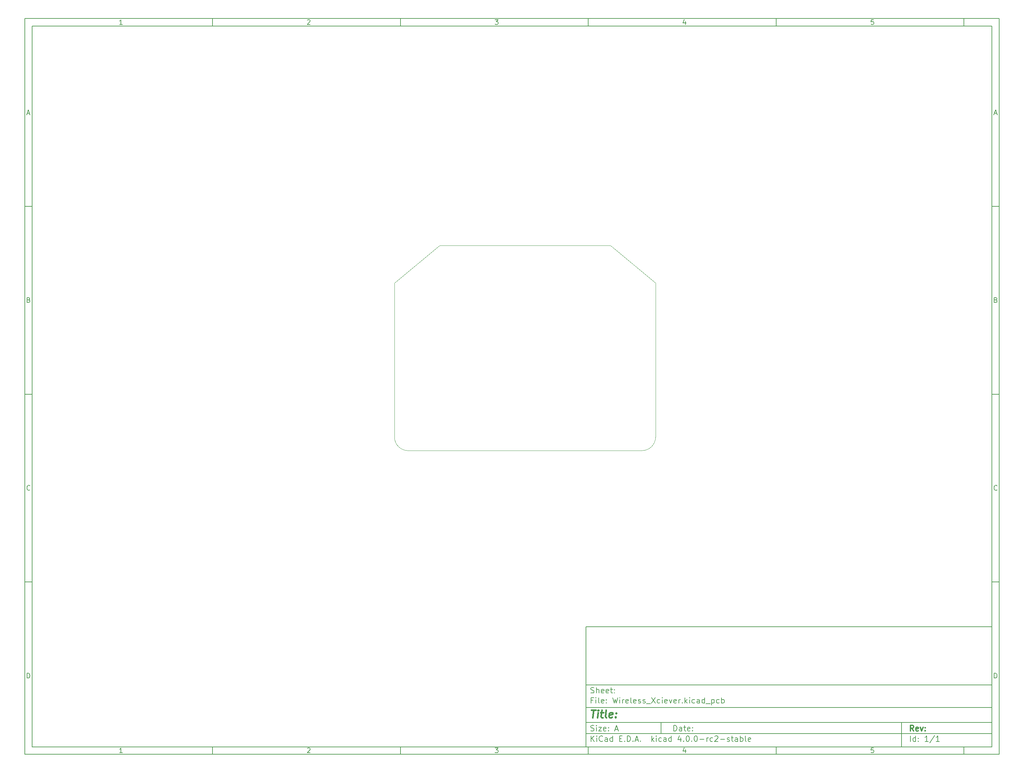
<source format=gbr>
G04 #@! TF.FileFunction,Profile,NP*
%FSLAX46Y46*%
G04 Gerber Fmt 4.6, Leading zero omitted, Abs format (unit mm)*
G04 Created by KiCad (PCBNEW 4.0.0-rc2-stable) date 1/25/2016 6:21:02 PM*
%MOMM*%
G01*
G04 APERTURE LIST*
%ADD10C,0.100000*%
%ADD11C,0.150000*%
%ADD12C,0.300000*%
%ADD13C,0.400000*%
%ADD14C,0.001000*%
G04 APERTURE END LIST*
D10*
D11*
X159400000Y-171900000D02*
X159400000Y-203900000D01*
X267400000Y-203900000D01*
X267400000Y-171900000D01*
X159400000Y-171900000D01*
D10*
D11*
X10000000Y-10000000D02*
X10000000Y-205900000D01*
X269400000Y-205900000D01*
X269400000Y-10000000D01*
X10000000Y-10000000D01*
D10*
D11*
X12000000Y-12000000D02*
X12000000Y-203900000D01*
X267400000Y-203900000D01*
X267400000Y-12000000D01*
X12000000Y-12000000D01*
D10*
D11*
X60000000Y-12000000D02*
X60000000Y-10000000D01*
D10*
D11*
X110000000Y-12000000D02*
X110000000Y-10000000D01*
D10*
D11*
X160000000Y-12000000D02*
X160000000Y-10000000D01*
D10*
D11*
X210000000Y-12000000D02*
X210000000Y-10000000D01*
D10*
D11*
X260000000Y-12000000D02*
X260000000Y-10000000D01*
D10*
D11*
X35990476Y-11588095D02*
X35247619Y-11588095D01*
X35619048Y-11588095D02*
X35619048Y-10288095D01*
X35495238Y-10473810D01*
X35371429Y-10597619D01*
X35247619Y-10659524D01*
D10*
D11*
X85247619Y-10411905D02*
X85309524Y-10350000D01*
X85433333Y-10288095D01*
X85742857Y-10288095D01*
X85866667Y-10350000D01*
X85928571Y-10411905D01*
X85990476Y-10535714D01*
X85990476Y-10659524D01*
X85928571Y-10845238D01*
X85185714Y-11588095D01*
X85990476Y-11588095D01*
D10*
D11*
X135185714Y-10288095D02*
X135990476Y-10288095D01*
X135557143Y-10783333D01*
X135742857Y-10783333D01*
X135866667Y-10845238D01*
X135928571Y-10907143D01*
X135990476Y-11030952D01*
X135990476Y-11340476D01*
X135928571Y-11464286D01*
X135866667Y-11526190D01*
X135742857Y-11588095D01*
X135371429Y-11588095D01*
X135247619Y-11526190D01*
X135185714Y-11464286D01*
D10*
D11*
X185866667Y-10721429D02*
X185866667Y-11588095D01*
X185557143Y-10226190D02*
X185247619Y-11154762D01*
X186052381Y-11154762D01*
D10*
D11*
X235928571Y-10288095D02*
X235309524Y-10288095D01*
X235247619Y-10907143D01*
X235309524Y-10845238D01*
X235433333Y-10783333D01*
X235742857Y-10783333D01*
X235866667Y-10845238D01*
X235928571Y-10907143D01*
X235990476Y-11030952D01*
X235990476Y-11340476D01*
X235928571Y-11464286D01*
X235866667Y-11526190D01*
X235742857Y-11588095D01*
X235433333Y-11588095D01*
X235309524Y-11526190D01*
X235247619Y-11464286D01*
D10*
D11*
X60000000Y-203900000D02*
X60000000Y-205900000D01*
D10*
D11*
X110000000Y-203900000D02*
X110000000Y-205900000D01*
D10*
D11*
X160000000Y-203900000D02*
X160000000Y-205900000D01*
D10*
D11*
X210000000Y-203900000D02*
X210000000Y-205900000D01*
D10*
D11*
X260000000Y-203900000D02*
X260000000Y-205900000D01*
D10*
D11*
X35990476Y-205488095D02*
X35247619Y-205488095D01*
X35619048Y-205488095D02*
X35619048Y-204188095D01*
X35495238Y-204373810D01*
X35371429Y-204497619D01*
X35247619Y-204559524D01*
D10*
D11*
X85247619Y-204311905D02*
X85309524Y-204250000D01*
X85433333Y-204188095D01*
X85742857Y-204188095D01*
X85866667Y-204250000D01*
X85928571Y-204311905D01*
X85990476Y-204435714D01*
X85990476Y-204559524D01*
X85928571Y-204745238D01*
X85185714Y-205488095D01*
X85990476Y-205488095D01*
D10*
D11*
X135185714Y-204188095D02*
X135990476Y-204188095D01*
X135557143Y-204683333D01*
X135742857Y-204683333D01*
X135866667Y-204745238D01*
X135928571Y-204807143D01*
X135990476Y-204930952D01*
X135990476Y-205240476D01*
X135928571Y-205364286D01*
X135866667Y-205426190D01*
X135742857Y-205488095D01*
X135371429Y-205488095D01*
X135247619Y-205426190D01*
X135185714Y-205364286D01*
D10*
D11*
X185866667Y-204621429D02*
X185866667Y-205488095D01*
X185557143Y-204126190D02*
X185247619Y-205054762D01*
X186052381Y-205054762D01*
D10*
D11*
X235928571Y-204188095D02*
X235309524Y-204188095D01*
X235247619Y-204807143D01*
X235309524Y-204745238D01*
X235433333Y-204683333D01*
X235742857Y-204683333D01*
X235866667Y-204745238D01*
X235928571Y-204807143D01*
X235990476Y-204930952D01*
X235990476Y-205240476D01*
X235928571Y-205364286D01*
X235866667Y-205426190D01*
X235742857Y-205488095D01*
X235433333Y-205488095D01*
X235309524Y-205426190D01*
X235247619Y-205364286D01*
D10*
D11*
X10000000Y-60000000D02*
X12000000Y-60000000D01*
D10*
D11*
X10000000Y-110000000D02*
X12000000Y-110000000D01*
D10*
D11*
X10000000Y-160000000D02*
X12000000Y-160000000D01*
D10*
D11*
X10690476Y-35216667D02*
X11309524Y-35216667D01*
X10566667Y-35588095D02*
X11000000Y-34288095D01*
X11433333Y-35588095D01*
D10*
D11*
X11092857Y-84907143D02*
X11278571Y-84969048D01*
X11340476Y-85030952D01*
X11402381Y-85154762D01*
X11402381Y-85340476D01*
X11340476Y-85464286D01*
X11278571Y-85526190D01*
X11154762Y-85588095D01*
X10659524Y-85588095D01*
X10659524Y-84288095D01*
X11092857Y-84288095D01*
X11216667Y-84350000D01*
X11278571Y-84411905D01*
X11340476Y-84535714D01*
X11340476Y-84659524D01*
X11278571Y-84783333D01*
X11216667Y-84845238D01*
X11092857Y-84907143D01*
X10659524Y-84907143D01*
D10*
D11*
X11402381Y-135464286D02*
X11340476Y-135526190D01*
X11154762Y-135588095D01*
X11030952Y-135588095D01*
X10845238Y-135526190D01*
X10721429Y-135402381D01*
X10659524Y-135278571D01*
X10597619Y-135030952D01*
X10597619Y-134845238D01*
X10659524Y-134597619D01*
X10721429Y-134473810D01*
X10845238Y-134350000D01*
X11030952Y-134288095D01*
X11154762Y-134288095D01*
X11340476Y-134350000D01*
X11402381Y-134411905D01*
D10*
D11*
X10659524Y-185588095D02*
X10659524Y-184288095D01*
X10969048Y-184288095D01*
X11154762Y-184350000D01*
X11278571Y-184473810D01*
X11340476Y-184597619D01*
X11402381Y-184845238D01*
X11402381Y-185030952D01*
X11340476Y-185278571D01*
X11278571Y-185402381D01*
X11154762Y-185526190D01*
X10969048Y-185588095D01*
X10659524Y-185588095D01*
D10*
D11*
X269400000Y-60000000D02*
X267400000Y-60000000D01*
D10*
D11*
X269400000Y-110000000D02*
X267400000Y-110000000D01*
D10*
D11*
X269400000Y-160000000D02*
X267400000Y-160000000D01*
D10*
D11*
X268090476Y-35216667D02*
X268709524Y-35216667D01*
X267966667Y-35588095D02*
X268400000Y-34288095D01*
X268833333Y-35588095D01*
D10*
D11*
X268492857Y-84907143D02*
X268678571Y-84969048D01*
X268740476Y-85030952D01*
X268802381Y-85154762D01*
X268802381Y-85340476D01*
X268740476Y-85464286D01*
X268678571Y-85526190D01*
X268554762Y-85588095D01*
X268059524Y-85588095D01*
X268059524Y-84288095D01*
X268492857Y-84288095D01*
X268616667Y-84350000D01*
X268678571Y-84411905D01*
X268740476Y-84535714D01*
X268740476Y-84659524D01*
X268678571Y-84783333D01*
X268616667Y-84845238D01*
X268492857Y-84907143D01*
X268059524Y-84907143D01*
D10*
D11*
X268802381Y-135464286D02*
X268740476Y-135526190D01*
X268554762Y-135588095D01*
X268430952Y-135588095D01*
X268245238Y-135526190D01*
X268121429Y-135402381D01*
X268059524Y-135278571D01*
X267997619Y-135030952D01*
X267997619Y-134845238D01*
X268059524Y-134597619D01*
X268121429Y-134473810D01*
X268245238Y-134350000D01*
X268430952Y-134288095D01*
X268554762Y-134288095D01*
X268740476Y-134350000D01*
X268802381Y-134411905D01*
D10*
D11*
X268059524Y-185588095D02*
X268059524Y-184288095D01*
X268369048Y-184288095D01*
X268554762Y-184350000D01*
X268678571Y-184473810D01*
X268740476Y-184597619D01*
X268802381Y-184845238D01*
X268802381Y-185030952D01*
X268740476Y-185278571D01*
X268678571Y-185402381D01*
X268554762Y-185526190D01*
X268369048Y-185588095D01*
X268059524Y-185588095D01*
D10*
D11*
X182757143Y-199678571D02*
X182757143Y-198178571D01*
X183114286Y-198178571D01*
X183328571Y-198250000D01*
X183471429Y-198392857D01*
X183542857Y-198535714D01*
X183614286Y-198821429D01*
X183614286Y-199035714D01*
X183542857Y-199321429D01*
X183471429Y-199464286D01*
X183328571Y-199607143D01*
X183114286Y-199678571D01*
X182757143Y-199678571D01*
X184900000Y-199678571D02*
X184900000Y-198892857D01*
X184828571Y-198750000D01*
X184685714Y-198678571D01*
X184400000Y-198678571D01*
X184257143Y-198750000D01*
X184900000Y-199607143D02*
X184757143Y-199678571D01*
X184400000Y-199678571D01*
X184257143Y-199607143D01*
X184185714Y-199464286D01*
X184185714Y-199321429D01*
X184257143Y-199178571D01*
X184400000Y-199107143D01*
X184757143Y-199107143D01*
X184900000Y-199035714D01*
X185400000Y-198678571D02*
X185971429Y-198678571D01*
X185614286Y-198178571D02*
X185614286Y-199464286D01*
X185685714Y-199607143D01*
X185828572Y-199678571D01*
X185971429Y-199678571D01*
X187042857Y-199607143D02*
X186900000Y-199678571D01*
X186614286Y-199678571D01*
X186471429Y-199607143D01*
X186400000Y-199464286D01*
X186400000Y-198892857D01*
X186471429Y-198750000D01*
X186614286Y-198678571D01*
X186900000Y-198678571D01*
X187042857Y-198750000D01*
X187114286Y-198892857D01*
X187114286Y-199035714D01*
X186400000Y-199178571D01*
X187757143Y-199535714D02*
X187828571Y-199607143D01*
X187757143Y-199678571D01*
X187685714Y-199607143D01*
X187757143Y-199535714D01*
X187757143Y-199678571D01*
X187757143Y-198750000D02*
X187828571Y-198821429D01*
X187757143Y-198892857D01*
X187685714Y-198821429D01*
X187757143Y-198750000D01*
X187757143Y-198892857D01*
D10*
D11*
X159400000Y-200400000D02*
X267400000Y-200400000D01*
D10*
D11*
X160757143Y-202478571D02*
X160757143Y-200978571D01*
X161614286Y-202478571D02*
X160971429Y-201621429D01*
X161614286Y-200978571D02*
X160757143Y-201835714D01*
X162257143Y-202478571D02*
X162257143Y-201478571D01*
X162257143Y-200978571D02*
X162185714Y-201050000D01*
X162257143Y-201121429D01*
X162328571Y-201050000D01*
X162257143Y-200978571D01*
X162257143Y-201121429D01*
X163828572Y-202335714D02*
X163757143Y-202407143D01*
X163542857Y-202478571D01*
X163400000Y-202478571D01*
X163185715Y-202407143D01*
X163042857Y-202264286D01*
X162971429Y-202121429D01*
X162900000Y-201835714D01*
X162900000Y-201621429D01*
X162971429Y-201335714D01*
X163042857Y-201192857D01*
X163185715Y-201050000D01*
X163400000Y-200978571D01*
X163542857Y-200978571D01*
X163757143Y-201050000D01*
X163828572Y-201121429D01*
X165114286Y-202478571D02*
X165114286Y-201692857D01*
X165042857Y-201550000D01*
X164900000Y-201478571D01*
X164614286Y-201478571D01*
X164471429Y-201550000D01*
X165114286Y-202407143D02*
X164971429Y-202478571D01*
X164614286Y-202478571D01*
X164471429Y-202407143D01*
X164400000Y-202264286D01*
X164400000Y-202121429D01*
X164471429Y-201978571D01*
X164614286Y-201907143D01*
X164971429Y-201907143D01*
X165114286Y-201835714D01*
X166471429Y-202478571D02*
X166471429Y-200978571D01*
X166471429Y-202407143D02*
X166328572Y-202478571D01*
X166042858Y-202478571D01*
X165900000Y-202407143D01*
X165828572Y-202335714D01*
X165757143Y-202192857D01*
X165757143Y-201764286D01*
X165828572Y-201621429D01*
X165900000Y-201550000D01*
X166042858Y-201478571D01*
X166328572Y-201478571D01*
X166471429Y-201550000D01*
X168328572Y-201692857D02*
X168828572Y-201692857D01*
X169042858Y-202478571D02*
X168328572Y-202478571D01*
X168328572Y-200978571D01*
X169042858Y-200978571D01*
X169685715Y-202335714D02*
X169757143Y-202407143D01*
X169685715Y-202478571D01*
X169614286Y-202407143D01*
X169685715Y-202335714D01*
X169685715Y-202478571D01*
X170400001Y-202478571D02*
X170400001Y-200978571D01*
X170757144Y-200978571D01*
X170971429Y-201050000D01*
X171114287Y-201192857D01*
X171185715Y-201335714D01*
X171257144Y-201621429D01*
X171257144Y-201835714D01*
X171185715Y-202121429D01*
X171114287Y-202264286D01*
X170971429Y-202407143D01*
X170757144Y-202478571D01*
X170400001Y-202478571D01*
X171900001Y-202335714D02*
X171971429Y-202407143D01*
X171900001Y-202478571D01*
X171828572Y-202407143D01*
X171900001Y-202335714D01*
X171900001Y-202478571D01*
X172542858Y-202050000D02*
X173257144Y-202050000D01*
X172400001Y-202478571D02*
X172900001Y-200978571D01*
X173400001Y-202478571D01*
X173900001Y-202335714D02*
X173971429Y-202407143D01*
X173900001Y-202478571D01*
X173828572Y-202407143D01*
X173900001Y-202335714D01*
X173900001Y-202478571D01*
X176900001Y-202478571D02*
X176900001Y-200978571D01*
X177042858Y-201907143D02*
X177471429Y-202478571D01*
X177471429Y-201478571D02*
X176900001Y-202050000D01*
X178114287Y-202478571D02*
X178114287Y-201478571D01*
X178114287Y-200978571D02*
X178042858Y-201050000D01*
X178114287Y-201121429D01*
X178185715Y-201050000D01*
X178114287Y-200978571D01*
X178114287Y-201121429D01*
X179471430Y-202407143D02*
X179328573Y-202478571D01*
X179042859Y-202478571D01*
X178900001Y-202407143D01*
X178828573Y-202335714D01*
X178757144Y-202192857D01*
X178757144Y-201764286D01*
X178828573Y-201621429D01*
X178900001Y-201550000D01*
X179042859Y-201478571D01*
X179328573Y-201478571D01*
X179471430Y-201550000D01*
X180757144Y-202478571D02*
X180757144Y-201692857D01*
X180685715Y-201550000D01*
X180542858Y-201478571D01*
X180257144Y-201478571D01*
X180114287Y-201550000D01*
X180757144Y-202407143D02*
X180614287Y-202478571D01*
X180257144Y-202478571D01*
X180114287Y-202407143D01*
X180042858Y-202264286D01*
X180042858Y-202121429D01*
X180114287Y-201978571D01*
X180257144Y-201907143D01*
X180614287Y-201907143D01*
X180757144Y-201835714D01*
X182114287Y-202478571D02*
X182114287Y-200978571D01*
X182114287Y-202407143D02*
X181971430Y-202478571D01*
X181685716Y-202478571D01*
X181542858Y-202407143D01*
X181471430Y-202335714D01*
X181400001Y-202192857D01*
X181400001Y-201764286D01*
X181471430Y-201621429D01*
X181542858Y-201550000D01*
X181685716Y-201478571D01*
X181971430Y-201478571D01*
X182114287Y-201550000D01*
X184614287Y-201478571D02*
X184614287Y-202478571D01*
X184257144Y-200907143D02*
X183900001Y-201978571D01*
X184828573Y-201978571D01*
X185400001Y-202335714D02*
X185471429Y-202407143D01*
X185400001Y-202478571D01*
X185328572Y-202407143D01*
X185400001Y-202335714D01*
X185400001Y-202478571D01*
X186400001Y-200978571D02*
X186542858Y-200978571D01*
X186685715Y-201050000D01*
X186757144Y-201121429D01*
X186828573Y-201264286D01*
X186900001Y-201550000D01*
X186900001Y-201907143D01*
X186828573Y-202192857D01*
X186757144Y-202335714D01*
X186685715Y-202407143D01*
X186542858Y-202478571D01*
X186400001Y-202478571D01*
X186257144Y-202407143D01*
X186185715Y-202335714D01*
X186114287Y-202192857D01*
X186042858Y-201907143D01*
X186042858Y-201550000D01*
X186114287Y-201264286D01*
X186185715Y-201121429D01*
X186257144Y-201050000D01*
X186400001Y-200978571D01*
X187542858Y-202335714D02*
X187614286Y-202407143D01*
X187542858Y-202478571D01*
X187471429Y-202407143D01*
X187542858Y-202335714D01*
X187542858Y-202478571D01*
X188542858Y-200978571D02*
X188685715Y-200978571D01*
X188828572Y-201050000D01*
X188900001Y-201121429D01*
X188971430Y-201264286D01*
X189042858Y-201550000D01*
X189042858Y-201907143D01*
X188971430Y-202192857D01*
X188900001Y-202335714D01*
X188828572Y-202407143D01*
X188685715Y-202478571D01*
X188542858Y-202478571D01*
X188400001Y-202407143D01*
X188328572Y-202335714D01*
X188257144Y-202192857D01*
X188185715Y-201907143D01*
X188185715Y-201550000D01*
X188257144Y-201264286D01*
X188328572Y-201121429D01*
X188400001Y-201050000D01*
X188542858Y-200978571D01*
X189685715Y-201907143D02*
X190828572Y-201907143D01*
X191542858Y-202478571D02*
X191542858Y-201478571D01*
X191542858Y-201764286D02*
X191614286Y-201621429D01*
X191685715Y-201550000D01*
X191828572Y-201478571D01*
X191971429Y-201478571D01*
X193114286Y-202407143D02*
X192971429Y-202478571D01*
X192685715Y-202478571D01*
X192542857Y-202407143D01*
X192471429Y-202335714D01*
X192400000Y-202192857D01*
X192400000Y-201764286D01*
X192471429Y-201621429D01*
X192542857Y-201550000D01*
X192685715Y-201478571D01*
X192971429Y-201478571D01*
X193114286Y-201550000D01*
X193685714Y-201121429D02*
X193757143Y-201050000D01*
X193900000Y-200978571D01*
X194257143Y-200978571D01*
X194400000Y-201050000D01*
X194471429Y-201121429D01*
X194542857Y-201264286D01*
X194542857Y-201407143D01*
X194471429Y-201621429D01*
X193614286Y-202478571D01*
X194542857Y-202478571D01*
X195185714Y-201907143D02*
X196328571Y-201907143D01*
X196971428Y-202407143D02*
X197114285Y-202478571D01*
X197400000Y-202478571D01*
X197542857Y-202407143D01*
X197614285Y-202264286D01*
X197614285Y-202192857D01*
X197542857Y-202050000D01*
X197400000Y-201978571D01*
X197185714Y-201978571D01*
X197042857Y-201907143D01*
X196971428Y-201764286D01*
X196971428Y-201692857D01*
X197042857Y-201550000D01*
X197185714Y-201478571D01*
X197400000Y-201478571D01*
X197542857Y-201550000D01*
X198042857Y-201478571D02*
X198614286Y-201478571D01*
X198257143Y-200978571D02*
X198257143Y-202264286D01*
X198328571Y-202407143D01*
X198471429Y-202478571D01*
X198614286Y-202478571D01*
X199757143Y-202478571D02*
X199757143Y-201692857D01*
X199685714Y-201550000D01*
X199542857Y-201478571D01*
X199257143Y-201478571D01*
X199114286Y-201550000D01*
X199757143Y-202407143D02*
X199614286Y-202478571D01*
X199257143Y-202478571D01*
X199114286Y-202407143D01*
X199042857Y-202264286D01*
X199042857Y-202121429D01*
X199114286Y-201978571D01*
X199257143Y-201907143D01*
X199614286Y-201907143D01*
X199757143Y-201835714D01*
X200471429Y-202478571D02*
X200471429Y-200978571D01*
X200471429Y-201550000D02*
X200614286Y-201478571D01*
X200900000Y-201478571D01*
X201042857Y-201550000D01*
X201114286Y-201621429D01*
X201185715Y-201764286D01*
X201185715Y-202192857D01*
X201114286Y-202335714D01*
X201042857Y-202407143D01*
X200900000Y-202478571D01*
X200614286Y-202478571D01*
X200471429Y-202407143D01*
X202042858Y-202478571D02*
X201900000Y-202407143D01*
X201828572Y-202264286D01*
X201828572Y-200978571D01*
X203185714Y-202407143D02*
X203042857Y-202478571D01*
X202757143Y-202478571D01*
X202614286Y-202407143D01*
X202542857Y-202264286D01*
X202542857Y-201692857D01*
X202614286Y-201550000D01*
X202757143Y-201478571D01*
X203042857Y-201478571D01*
X203185714Y-201550000D01*
X203257143Y-201692857D01*
X203257143Y-201835714D01*
X202542857Y-201978571D01*
D10*
D11*
X159400000Y-197400000D02*
X267400000Y-197400000D01*
D10*
D12*
X246614286Y-199678571D02*
X246114286Y-198964286D01*
X245757143Y-199678571D02*
X245757143Y-198178571D01*
X246328571Y-198178571D01*
X246471429Y-198250000D01*
X246542857Y-198321429D01*
X246614286Y-198464286D01*
X246614286Y-198678571D01*
X246542857Y-198821429D01*
X246471429Y-198892857D01*
X246328571Y-198964286D01*
X245757143Y-198964286D01*
X247828571Y-199607143D02*
X247685714Y-199678571D01*
X247400000Y-199678571D01*
X247257143Y-199607143D01*
X247185714Y-199464286D01*
X247185714Y-198892857D01*
X247257143Y-198750000D01*
X247400000Y-198678571D01*
X247685714Y-198678571D01*
X247828571Y-198750000D01*
X247900000Y-198892857D01*
X247900000Y-199035714D01*
X247185714Y-199178571D01*
X248400000Y-198678571D02*
X248757143Y-199678571D01*
X249114285Y-198678571D01*
X249685714Y-199535714D02*
X249757142Y-199607143D01*
X249685714Y-199678571D01*
X249614285Y-199607143D01*
X249685714Y-199535714D01*
X249685714Y-199678571D01*
X249685714Y-198750000D02*
X249757142Y-198821429D01*
X249685714Y-198892857D01*
X249614285Y-198821429D01*
X249685714Y-198750000D01*
X249685714Y-198892857D01*
D10*
D11*
X160685714Y-199607143D02*
X160900000Y-199678571D01*
X161257143Y-199678571D01*
X161400000Y-199607143D01*
X161471429Y-199535714D01*
X161542857Y-199392857D01*
X161542857Y-199250000D01*
X161471429Y-199107143D01*
X161400000Y-199035714D01*
X161257143Y-198964286D01*
X160971429Y-198892857D01*
X160828571Y-198821429D01*
X160757143Y-198750000D01*
X160685714Y-198607143D01*
X160685714Y-198464286D01*
X160757143Y-198321429D01*
X160828571Y-198250000D01*
X160971429Y-198178571D01*
X161328571Y-198178571D01*
X161542857Y-198250000D01*
X162185714Y-199678571D02*
X162185714Y-198678571D01*
X162185714Y-198178571D02*
X162114285Y-198250000D01*
X162185714Y-198321429D01*
X162257142Y-198250000D01*
X162185714Y-198178571D01*
X162185714Y-198321429D01*
X162757143Y-198678571D02*
X163542857Y-198678571D01*
X162757143Y-199678571D01*
X163542857Y-199678571D01*
X164685714Y-199607143D02*
X164542857Y-199678571D01*
X164257143Y-199678571D01*
X164114286Y-199607143D01*
X164042857Y-199464286D01*
X164042857Y-198892857D01*
X164114286Y-198750000D01*
X164257143Y-198678571D01*
X164542857Y-198678571D01*
X164685714Y-198750000D01*
X164757143Y-198892857D01*
X164757143Y-199035714D01*
X164042857Y-199178571D01*
X165400000Y-199535714D02*
X165471428Y-199607143D01*
X165400000Y-199678571D01*
X165328571Y-199607143D01*
X165400000Y-199535714D01*
X165400000Y-199678571D01*
X165400000Y-198750000D02*
X165471428Y-198821429D01*
X165400000Y-198892857D01*
X165328571Y-198821429D01*
X165400000Y-198750000D01*
X165400000Y-198892857D01*
X167185714Y-199250000D02*
X167900000Y-199250000D01*
X167042857Y-199678571D02*
X167542857Y-198178571D01*
X168042857Y-199678571D01*
D10*
D11*
X245757143Y-202478571D02*
X245757143Y-200978571D01*
X247114286Y-202478571D02*
X247114286Y-200978571D01*
X247114286Y-202407143D02*
X246971429Y-202478571D01*
X246685715Y-202478571D01*
X246542857Y-202407143D01*
X246471429Y-202335714D01*
X246400000Y-202192857D01*
X246400000Y-201764286D01*
X246471429Y-201621429D01*
X246542857Y-201550000D01*
X246685715Y-201478571D01*
X246971429Y-201478571D01*
X247114286Y-201550000D01*
X247828572Y-202335714D02*
X247900000Y-202407143D01*
X247828572Y-202478571D01*
X247757143Y-202407143D01*
X247828572Y-202335714D01*
X247828572Y-202478571D01*
X247828572Y-201550000D02*
X247900000Y-201621429D01*
X247828572Y-201692857D01*
X247757143Y-201621429D01*
X247828572Y-201550000D01*
X247828572Y-201692857D01*
X250471429Y-202478571D02*
X249614286Y-202478571D01*
X250042858Y-202478571D02*
X250042858Y-200978571D01*
X249900001Y-201192857D01*
X249757143Y-201335714D01*
X249614286Y-201407143D01*
X252185714Y-200907143D02*
X250900000Y-202835714D01*
X253471429Y-202478571D02*
X252614286Y-202478571D01*
X253042858Y-202478571D02*
X253042858Y-200978571D01*
X252900001Y-201192857D01*
X252757143Y-201335714D01*
X252614286Y-201407143D01*
D10*
D11*
X159400000Y-193400000D02*
X267400000Y-193400000D01*
D10*
D13*
X160852381Y-194104762D02*
X161995238Y-194104762D01*
X161173810Y-196104762D02*
X161423810Y-194104762D01*
X162411905Y-196104762D02*
X162578571Y-194771429D01*
X162661905Y-194104762D02*
X162554762Y-194200000D01*
X162638095Y-194295238D01*
X162745239Y-194200000D01*
X162661905Y-194104762D01*
X162638095Y-194295238D01*
X163245238Y-194771429D02*
X164007143Y-194771429D01*
X163614286Y-194104762D02*
X163400000Y-195819048D01*
X163471430Y-196009524D01*
X163650001Y-196104762D01*
X163840477Y-196104762D01*
X164792858Y-196104762D02*
X164614287Y-196009524D01*
X164542857Y-195819048D01*
X164757143Y-194104762D01*
X166328572Y-196009524D02*
X166126191Y-196104762D01*
X165745239Y-196104762D01*
X165566667Y-196009524D01*
X165495238Y-195819048D01*
X165590476Y-195057143D01*
X165709524Y-194866667D01*
X165911905Y-194771429D01*
X166292857Y-194771429D01*
X166471429Y-194866667D01*
X166542857Y-195057143D01*
X166519048Y-195247619D01*
X165542857Y-195438095D01*
X167292857Y-195914286D02*
X167376192Y-196009524D01*
X167269048Y-196104762D01*
X167185715Y-196009524D01*
X167292857Y-195914286D01*
X167269048Y-196104762D01*
X167423810Y-194866667D02*
X167507144Y-194961905D01*
X167400000Y-195057143D01*
X167316667Y-194961905D01*
X167423810Y-194866667D01*
X167400000Y-195057143D01*
D10*
D11*
X161257143Y-191492857D02*
X160757143Y-191492857D01*
X160757143Y-192278571D02*
X160757143Y-190778571D01*
X161471429Y-190778571D01*
X162042857Y-192278571D02*
X162042857Y-191278571D01*
X162042857Y-190778571D02*
X161971428Y-190850000D01*
X162042857Y-190921429D01*
X162114285Y-190850000D01*
X162042857Y-190778571D01*
X162042857Y-190921429D01*
X162971429Y-192278571D02*
X162828571Y-192207143D01*
X162757143Y-192064286D01*
X162757143Y-190778571D01*
X164114285Y-192207143D02*
X163971428Y-192278571D01*
X163685714Y-192278571D01*
X163542857Y-192207143D01*
X163471428Y-192064286D01*
X163471428Y-191492857D01*
X163542857Y-191350000D01*
X163685714Y-191278571D01*
X163971428Y-191278571D01*
X164114285Y-191350000D01*
X164185714Y-191492857D01*
X164185714Y-191635714D01*
X163471428Y-191778571D01*
X164828571Y-192135714D02*
X164899999Y-192207143D01*
X164828571Y-192278571D01*
X164757142Y-192207143D01*
X164828571Y-192135714D01*
X164828571Y-192278571D01*
X164828571Y-191350000D02*
X164899999Y-191421429D01*
X164828571Y-191492857D01*
X164757142Y-191421429D01*
X164828571Y-191350000D01*
X164828571Y-191492857D01*
X166542857Y-190778571D02*
X166900000Y-192278571D01*
X167185714Y-191207143D01*
X167471428Y-192278571D01*
X167828571Y-190778571D01*
X168400000Y-192278571D02*
X168400000Y-191278571D01*
X168400000Y-190778571D02*
X168328571Y-190850000D01*
X168400000Y-190921429D01*
X168471428Y-190850000D01*
X168400000Y-190778571D01*
X168400000Y-190921429D01*
X169114286Y-192278571D02*
X169114286Y-191278571D01*
X169114286Y-191564286D02*
X169185714Y-191421429D01*
X169257143Y-191350000D01*
X169400000Y-191278571D01*
X169542857Y-191278571D01*
X170614285Y-192207143D02*
X170471428Y-192278571D01*
X170185714Y-192278571D01*
X170042857Y-192207143D01*
X169971428Y-192064286D01*
X169971428Y-191492857D01*
X170042857Y-191350000D01*
X170185714Y-191278571D01*
X170471428Y-191278571D01*
X170614285Y-191350000D01*
X170685714Y-191492857D01*
X170685714Y-191635714D01*
X169971428Y-191778571D01*
X171542857Y-192278571D02*
X171399999Y-192207143D01*
X171328571Y-192064286D01*
X171328571Y-190778571D01*
X172685713Y-192207143D02*
X172542856Y-192278571D01*
X172257142Y-192278571D01*
X172114285Y-192207143D01*
X172042856Y-192064286D01*
X172042856Y-191492857D01*
X172114285Y-191350000D01*
X172257142Y-191278571D01*
X172542856Y-191278571D01*
X172685713Y-191350000D01*
X172757142Y-191492857D01*
X172757142Y-191635714D01*
X172042856Y-191778571D01*
X173328570Y-192207143D02*
X173471427Y-192278571D01*
X173757142Y-192278571D01*
X173899999Y-192207143D01*
X173971427Y-192064286D01*
X173971427Y-191992857D01*
X173899999Y-191850000D01*
X173757142Y-191778571D01*
X173542856Y-191778571D01*
X173399999Y-191707143D01*
X173328570Y-191564286D01*
X173328570Y-191492857D01*
X173399999Y-191350000D01*
X173542856Y-191278571D01*
X173757142Y-191278571D01*
X173899999Y-191350000D01*
X174542856Y-192207143D02*
X174685713Y-192278571D01*
X174971428Y-192278571D01*
X175114285Y-192207143D01*
X175185713Y-192064286D01*
X175185713Y-191992857D01*
X175114285Y-191850000D01*
X174971428Y-191778571D01*
X174757142Y-191778571D01*
X174614285Y-191707143D01*
X174542856Y-191564286D01*
X174542856Y-191492857D01*
X174614285Y-191350000D01*
X174757142Y-191278571D01*
X174971428Y-191278571D01*
X175114285Y-191350000D01*
X175471428Y-192421429D02*
X176614285Y-192421429D01*
X176828571Y-190778571D02*
X177828571Y-192278571D01*
X177828571Y-190778571D02*
X176828571Y-192278571D01*
X179042856Y-192207143D02*
X178899999Y-192278571D01*
X178614285Y-192278571D01*
X178471427Y-192207143D01*
X178399999Y-192135714D01*
X178328570Y-191992857D01*
X178328570Y-191564286D01*
X178399999Y-191421429D01*
X178471427Y-191350000D01*
X178614285Y-191278571D01*
X178899999Y-191278571D01*
X179042856Y-191350000D01*
X179685713Y-192278571D02*
X179685713Y-191278571D01*
X179685713Y-190778571D02*
X179614284Y-190850000D01*
X179685713Y-190921429D01*
X179757141Y-190850000D01*
X179685713Y-190778571D01*
X179685713Y-190921429D01*
X180971427Y-192207143D02*
X180828570Y-192278571D01*
X180542856Y-192278571D01*
X180399999Y-192207143D01*
X180328570Y-192064286D01*
X180328570Y-191492857D01*
X180399999Y-191350000D01*
X180542856Y-191278571D01*
X180828570Y-191278571D01*
X180971427Y-191350000D01*
X181042856Y-191492857D01*
X181042856Y-191635714D01*
X180328570Y-191778571D01*
X181542856Y-191278571D02*
X181899999Y-192278571D01*
X182257141Y-191278571D01*
X183399998Y-192207143D02*
X183257141Y-192278571D01*
X182971427Y-192278571D01*
X182828570Y-192207143D01*
X182757141Y-192064286D01*
X182757141Y-191492857D01*
X182828570Y-191350000D01*
X182971427Y-191278571D01*
X183257141Y-191278571D01*
X183399998Y-191350000D01*
X183471427Y-191492857D01*
X183471427Y-191635714D01*
X182757141Y-191778571D01*
X184114284Y-192278571D02*
X184114284Y-191278571D01*
X184114284Y-191564286D02*
X184185712Y-191421429D01*
X184257141Y-191350000D01*
X184399998Y-191278571D01*
X184542855Y-191278571D01*
X185042855Y-192135714D02*
X185114283Y-192207143D01*
X185042855Y-192278571D01*
X184971426Y-192207143D01*
X185042855Y-192135714D01*
X185042855Y-192278571D01*
X185757141Y-192278571D02*
X185757141Y-190778571D01*
X185899998Y-191707143D02*
X186328569Y-192278571D01*
X186328569Y-191278571D02*
X185757141Y-191850000D01*
X186971427Y-192278571D02*
X186971427Y-191278571D01*
X186971427Y-190778571D02*
X186899998Y-190850000D01*
X186971427Y-190921429D01*
X187042855Y-190850000D01*
X186971427Y-190778571D01*
X186971427Y-190921429D01*
X188328570Y-192207143D02*
X188185713Y-192278571D01*
X187899999Y-192278571D01*
X187757141Y-192207143D01*
X187685713Y-192135714D01*
X187614284Y-191992857D01*
X187614284Y-191564286D01*
X187685713Y-191421429D01*
X187757141Y-191350000D01*
X187899999Y-191278571D01*
X188185713Y-191278571D01*
X188328570Y-191350000D01*
X189614284Y-192278571D02*
X189614284Y-191492857D01*
X189542855Y-191350000D01*
X189399998Y-191278571D01*
X189114284Y-191278571D01*
X188971427Y-191350000D01*
X189614284Y-192207143D02*
X189471427Y-192278571D01*
X189114284Y-192278571D01*
X188971427Y-192207143D01*
X188899998Y-192064286D01*
X188899998Y-191921429D01*
X188971427Y-191778571D01*
X189114284Y-191707143D01*
X189471427Y-191707143D01*
X189614284Y-191635714D01*
X190971427Y-192278571D02*
X190971427Y-190778571D01*
X190971427Y-192207143D02*
X190828570Y-192278571D01*
X190542856Y-192278571D01*
X190399998Y-192207143D01*
X190328570Y-192135714D01*
X190257141Y-191992857D01*
X190257141Y-191564286D01*
X190328570Y-191421429D01*
X190399998Y-191350000D01*
X190542856Y-191278571D01*
X190828570Y-191278571D01*
X190971427Y-191350000D01*
X191328570Y-192421429D02*
X192471427Y-192421429D01*
X192828570Y-191278571D02*
X192828570Y-192778571D01*
X192828570Y-191350000D02*
X192971427Y-191278571D01*
X193257141Y-191278571D01*
X193399998Y-191350000D01*
X193471427Y-191421429D01*
X193542856Y-191564286D01*
X193542856Y-191992857D01*
X193471427Y-192135714D01*
X193399998Y-192207143D01*
X193257141Y-192278571D01*
X192971427Y-192278571D01*
X192828570Y-192207143D01*
X194828570Y-192207143D02*
X194685713Y-192278571D01*
X194399999Y-192278571D01*
X194257141Y-192207143D01*
X194185713Y-192135714D01*
X194114284Y-191992857D01*
X194114284Y-191564286D01*
X194185713Y-191421429D01*
X194257141Y-191350000D01*
X194399999Y-191278571D01*
X194685713Y-191278571D01*
X194828570Y-191350000D01*
X195471427Y-192278571D02*
X195471427Y-190778571D01*
X195471427Y-191350000D02*
X195614284Y-191278571D01*
X195899998Y-191278571D01*
X196042855Y-191350000D01*
X196114284Y-191421429D01*
X196185713Y-191564286D01*
X196185713Y-191992857D01*
X196114284Y-192135714D01*
X196042855Y-192207143D01*
X195899998Y-192278571D01*
X195614284Y-192278571D01*
X195471427Y-192207143D01*
D10*
D11*
X159400000Y-187400000D02*
X267400000Y-187400000D01*
D10*
D11*
X160685714Y-189507143D02*
X160900000Y-189578571D01*
X161257143Y-189578571D01*
X161400000Y-189507143D01*
X161471429Y-189435714D01*
X161542857Y-189292857D01*
X161542857Y-189150000D01*
X161471429Y-189007143D01*
X161400000Y-188935714D01*
X161257143Y-188864286D01*
X160971429Y-188792857D01*
X160828571Y-188721429D01*
X160757143Y-188650000D01*
X160685714Y-188507143D01*
X160685714Y-188364286D01*
X160757143Y-188221429D01*
X160828571Y-188150000D01*
X160971429Y-188078571D01*
X161328571Y-188078571D01*
X161542857Y-188150000D01*
X162185714Y-189578571D02*
X162185714Y-188078571D01*
X162828571Y-189578571D02*
X162828571Y-188792857D01*
X162757142Y-188650000D01*
X162614285Y-188578571D01*
X162400000Y-188578571D01*
X162257142Y-188650000D01*
X162185714Y-188721429D01*
X164114285Y-189507143D02*
X163971428Y-189578571D01*
X163685714Y-189578571D01*
X163542857Y-189507143D01*
X163471428Y-189364286D01*
X163471428Y-188792857D01*
X163542857Y-188650000D01*
X163685714Y-188578571D01*
X163971428Y-188578571D01*
X164114285Y-188650000D01*
X164185714Y-188792857D01*
X164185714Y-188935714D01*
X163471428Y-189078571D01*
X165399999Y-189507143D02*
X165257142Y-189578571D01*
X164971428Y-189578571D01*
X164828571Y-189507143D01*
X164757142Y-189364286D01*
X164757142Y-188792857D01*
X164828571Y-188650000D01*
X164971428Y-188578571D01*
X165257142Y-188578571D01*
X165399999Y-188650000D01*
X165471428Y-188792857D01*
X165471428Y-188935714D01*
X164757142Y-189078571D01*
X165899999Y-188578571D02*
X166471428Y-188578571D01*
X166114285Y-188078571D02*
X166114285Y-189364286D01*
X166185713Y-189507143D01*
X166328571Y-189578571D01*
X166471428Y-189578571D01*
X166971428Y-189435714D02*
X167042856Y-189507143D01*
X166971428Y-189578571D01*
X166899999Y-189507143D01*
X166971428Y-189435714D01*
X166971428Y-189578571D01*
X166971428Y-188650000D02*
X167042856Y-188721429D01*
X166971428Y-188792857D01*
X166899999Y-188721429D01*
X166971428Y-188650000D01*
X166971428Y-188792857D01*
D10*
D11*
X179400000Y-197400000D02*
X179400000Y-200400000D01*
D10*
D11*
X243400000Y-197400000D02*
X243400000Y-203900000D01*
D14*
X112225000Y-125050000D02*
X174175000Y-125050000D01*
X177929930Y-121449881D02*
G75*
G02X174153203Y-125044975I-3651727J54906D01*
G01*
X177930000Y-80420000D02*
X177930000Y-121445000D01*
X177930000Y-80420000D02*
X165930000Y-70420000D01*
X108425000Y-80425000D02*
X108425000Y-121450000D01*
X108425070Y-121454881D02*
G75*
G03X112201797Y-125049975I3651727J54906D01*
G01*
X120430000Y-70420000D02*
X165930000Y-70420000D01*
X108430000Y-80420000D02*
X120430000Y-70420000D01*
M02*

</source>
